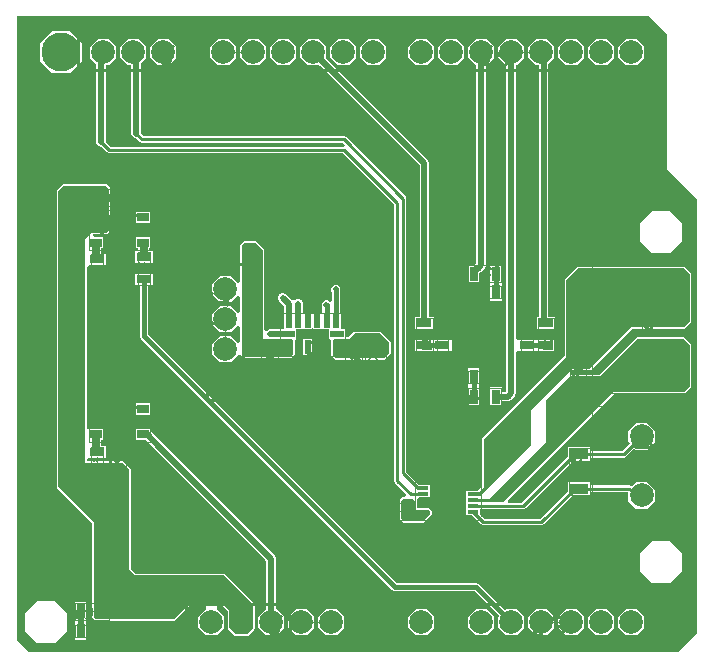
<source format=gtl>
G04*
G04 #@! TF.GenerationSoftware,Altium Limited,Altium Designer,22.7.1 (60)*
G04*
G04 Layer_Physical_Order=1*
G04 Layer_Color=255*
%FSLAX25Y25*%
%MOIN*%
G70*
G04*
G04 #@! TF.SameCoordinates,FBDB1D81-1F97-4559-A255-E9B88A778833*
G04*
G04*
G04 #@! TF.FilePolarity,Positive*
G04*
G01*
G75*
%ADD11C,0.00984*%
%ADD13C,0.00394*%
%ADD14C,0.01000*%
%ADD15C,0.00866*%
%ADD16C,0.00591*%
%ADD17R,0.03543X0.01201*%
%ADD18R,0.05118X0.02756*%
%ADD19R,0.03937X0.02756*%
%ADD20R,0.02756X0.05118*%
%ADD21R,0.04508X0.02165*%
%ADD22R,0.02165X0.04508*%
%ADD23R,0.06299X0.03543*%
%ADD35C,0.02000*%
%ADD36C,0.02500*%
%ADD37C,0.01500*%
%ADD38C,0.07874*%
%ADD39C,0.12992*%
%ADD40C,0.01772*%
%ADD41C,0.02000*%
G36*
X210660Y212011D02*
X216716Y205954D01*
Y160970D01*
X226683Y151004D01*
Y20123D01*
X226713Y20093D01*
X226692Y6214D01*
X220468Y0D01*
X3936D01*
X-1Y3937D01*
Y212011D01*
X210660Y212011D01*
D02*
G37*
%LPC*%
G36*
X206561Y204437D02*
X202885D01*
X200286Y201838D01*
Y198162D01*
X202885Y195563D01*
X206561D01*
X209160Y198162D01*
Y201838D01*
X206561Y204437D01*
D02*
G37*
G36*
X196561D02*
X192885D01*
X190286Y201838D01*
Y198162D01*
X192885Y195563D01*
X196561D01*
X199160Y198162D01*
Y201838D01*
X196561Y204437D01*
D02*
G37*
G36*
X186561D02*
X182885D01*
X180286Y201838D01*
Y198162D01*
X182885Y195563D01*
X186561D01*
X189160Y198162D01*
Y201838D01*
X186561Y204437D01*
D02*
G37*
G36*
X146561D02*
X142885D01*
X140286Y201838D01*
Y198162D01*
X142885Y195563D01*
X146561D01*
X149160Y198162D01*
Y201838D01*
X146561Y204437D01*
D02*
G37*
G36*
X136561D02*
X132885D01*
X130286Y201838D01*
Y198162D01*
X132885Y195563D01*
X136561D01*
X139160Y198162D01*
Y201838D01*
X136561Y204437D01*
D02*
G37*
G36*
X120561D02*
X116885D01*
X114286Y201838D01*
Y198162D01*
X116885Y195563D01*
X120561D01*
X123160Y198162D01*
Y201838D01*
X120561Y204437D01*
D02*
G37*
G36*
X110561D02*
X106885D01*
X104286Y201838D01*
Y198162D01*
X106885Y195563D01*
X110561D01*
X113160Y198162D01*
Y201838D01*
X110561Y204437D01*
D02*
G37*
G36*
X90561D02*
X86885D01*
X84286Y201838D01*
Y198162D01*
X86885Y195563D01*
X90561D01*
X93160Y198162D01*
Y201838D01*
X90561Y204437D01*
D02*
G37*
G36*
X80561D02*
X76885D01*
X74286Y201838D01*
Y198162D01*
X76885Y195563D01*
X80561D01*
X83160Y198162D01*
Y201838D01*
X80561Y204437D01*
D02*
G37*
G36*
X70561D02*
X66885D01*
X64286Y201838D01*
Y198162D01*
X66885Y195563D01*
X70561D01*
X73160Y198162D01*
Y201838D01*
X70561Y204437D01*
D02*
G37*
G36*
X50561D02*
X46885D01*
X44286Y201838D01*
Y198162D01*
X46885Y195563D01*
X50561D01*
X53160Y198162D01*
Y201838D01*
X50561Y204437D01*
D02*
G37*
G36*
X17621Y206996D02*
X11825D01*
X7727Y202898D01*
Y197102D01*
X11825Y193004D01*
X17621D01*
X21719Y197102D01*
Y202898D01*
X17621Y206996D01*
D02*
G37*
G36*
X40561Y204437D02*
X36885D01*
X34286Y201838D01*
Y198162D01*
X36885Y195563D01*
X38139D01*
Y172835D01*
X38614Y171687D01*
X39763Y171211D01*
X39828Y171238D01*
X40966Y170101D01*
X40966Y170101D01*
X41731Y169784D01*
X108606D01*
X109257Y169133D01*
X109203Y168939D01*
X108870Y168405D01*
X31156D01*
X29548Y170013D01*
X29575Y170079D01*
Y195563D01*
X30561D01*
X33160Y198162D01*
Y201838D01*
X30561Y204437D01*
X26885D01*
X24286Y201838D01*
Y198162D01*
X26328Y196120D01*
Y170079D01*
X26803Y168931D01*
X27951Y168455D01*
X28017Y168482D01*
X29942Y166558D01*
X29942Y166558D01*
X30707Y166240D01*
X30707Y166240D01*
X108606D01*
X125688Y149158D01*
Y57087D01*
X125688Y57087D01*
X126005Y56321D01*
X129817Y52510D01*
X129490Y51722D01*
X128739D01*
X128356Y51564D01*
X127667Y50875D01*
X127509Y50492D01*
X127509Y50492D01*
Y44587D01*
X127667Y44204D01*
X127667Y44204D01*
X128553Y43318D01*
X128936Y43160D01*
X128936Y43160D01*
X135235D01*
X135235Y43160D01*
X135618Y43318D01*
X135618Y43318D01*
X138089Y45790D01*
X138248Y46172D01*
X138248Y46172D01*
X138248Y46849D01*
X138248Y46849D01*
X138089Y47232D01*
X137704Y47618D01*
X137704Y47852D01*
X137204Y47894D01*
X137204Y47894D01*
X136933Y47894D01*
X133498Y47894D01*
X133414Y47977D01*
Y50197D01*
X133255Y50580D01*
X133255Y50826D01*
X133939Y51557D01*
X137704D01*
Y55726D01*
X135530D01*
X135331Y55809D01*
X135331Y55809D01*
X134008D01*
X129821Y59996D01*
Y151181D01*
X129821Y151181D01*
X129504Y151946D01*
X129504Y151946D01*
X109819Y171632D01*
X109054Y171949D01*
X109054Y171949D01*
X42179D01*
X41359Y172769D01*
X41386Y172835D01*
Y196388D01*
X43160Y198162D01*
Y201838D01*
X40561Y204437D01*
D02*
G37*
G36*
X44479Y146796D02*
X39542D01*
Y143040D01*
X44479D01*
Y146796D01*
D02*
G37*
G36*
X15747Y156053D02*
X15364Y155894D01*
X13396Y153926D01*
X13237Y153543D01*
X13237Y153543D01*
Y55118D01*
X13396Y54735D01*
X13396Y54735D01*
X25048Y43083D01*
Y11811D01*
X25207Y11428D01*
X25207Y11428D01*
X25994Y10641D01*
X26377Y10482D01*
X26377Y10482D01*
X52361D01*
X52744Y10641D01*
X52744Y10641D01*
X57310Y15207D01*
X62843D01*
X62868Y14419D01*
X60286Y11838D01*
Y8162D01*
X62885Y5563D01*
X66561D01*
X69160Y8162D01*
Y11838D01*
X66579Y14419D01*
X66603Y15207D01*
X68672D01*
X70245Y13634D01*
Y7953D01*
X70245Y7953D01*
X70403Y7570D01*
X72451Y5523D01*
X72833Y5364D01*
X72834Y5364D01*
X76770D01*
X76770Y5364D01*
X77153Y5523D01*
X79122Y7491D01*
X79280Y7874D01*
X79280Y7874D01*
Y15748D01*
X79280Y15748D01*
X79122Y16131D01*
X69279Y25973D01*
X68896Y26132D01*
X68896Y26132D01*
X39593D01*
X37942Y27783D01*
Y60039D01*
Y61024D01*
X37942Y61024D01*
X37783Y61406D01*
X35815Y63375D01*
X35432Y63533D01*
X35432Y63533D01*
X23465Y63533D01*
X23317Y64321D01*
X23965Y64854D01*
X26351D01*
X26390Y64838D01*
X26574D01*
X26613Y64854D01*
X29633D01*
Y68610D01*
X28157D01*
Y70661D01*
X28731D01*
Y74417D01*
X26302D01*
X26263Y74434D01*
X26223Y74417D01*
X23965D01*
X23794Y74417D01*
X23178Y74830D01*
X23178Y128380D01*
X23965Y129028D01*
X26351D01*
X26390Y129011D01*
X26574D01*
X26613Y129028D01*
X29633D01*
Y132783D01*
X28157D01*
Y134576D01*
X28731D01*
Y138332D01*
X26302D01*
X26263Y138348D01*
X26223Y138332D01*
X25773D01*
X25352Y139119D01*
X25439Y139250D01*
X29553D01*
X29553Y139250D01*
X29936Y139408D01*
X29936Y139408D01*
X30893Y140365D01*
X31052Y140748D01*
X31052Y140748D01*
Y154527D01*
X30893Y154910D01*
X30893Y154910D01*
X29909Y155894D01*
X29526Y156053D01*
X29526Y156053D01*
X15747Y156053D01*
X15747Y156053D01*
D02*
G37*
G36*
X217621Y146996D02*
X211825D01*
X207727Y142898D01*
Y137102D01*
X211825Y133004D01*
X217621D01*
X221719Y137102D01*
Y142898D01*
X217621Y146996D01*
D02*
G37*
G36*
X42038Y138348D02*
X42011D01*
X41971Y138332D01*
X39542D01*
Y134576D01*
X40272D01*
Y133571D01*
X39263D01*
Y129815D01*
X42255D01*
X42294Y129799D01*
X42322D01*
X42361Y129815D01*
X45381D01*
Y133571D01*
X44060D01*
Y134576D01*
X44479D01*
Y138332D01*
X42077D01*
X42038Y138348D01*
D02*
G37*
G36*
X79561Y136906D02*
X79561Y136906D01*
X75734D01*
X75351Y136748D01*
X75351Y136748D01*
X74454Y135851D01*
X74296Y135468D01*
X74296Y135468D01*
Y123497D01*
X73508Y123171D01*
X71237Y125443D01*
X67561D01*
X64962Y122843D01*
Y119168D01*
X67561Y116568D01*
X71237D01*
X73508Y118840D01*
X74296Y118514D01*
Y113497D01*
X73508Y113171D01*
X71237Y115443D01*
X67561D01*
X64962Y112843D01*
Y109168D01*
X67561Y106568D01*
X71237D01*
X73508Y108840D01*
X74296Y108513D01*
Y103497D01*
X73508Y103171D01*
X71237Y105443D01*
X67561D01*
X64962Y102843D01*
Y99168D01*
X67561Y96568D01*
X71237D01*
X73677Y99008D01*
X73693Y99015D01*
X73872Y99055D01*
X74580Y99063D01*
X75502Y98141D01*
X75885Y97982D01*
X75885Y97982D01*
X81692D01*
X81692Y97982D01*
X81692Y97982D01*
X91239D01*
X91239Y97982D01*
X91622Y98141D01*
X91622Y98141D01*
X92409Y98928D01*
X92568Y99311D01*
X92568Y99311D01*
Y103794D01*
X92951Y104423D01*
X92951Y104423D01*
X92950Y104423D01*
Y107572D01*
X103958D01*
Y104423D01*
X104000D01*
X104705Y104066D01*
X104705Y104066D01*
Y99701D01*
X104705Y99084D01*
X104705Y99084D01*
X104746Y98931D01*
X104768D01*
X104863Y98701D01*
X104863Y98701D01*
X105915Y97649D01*
X106298Y97490D01*
X106298Y97490D01*
X122440D01*
X122822Y97649D01*
X122822Y97649D01*
X124397Y99224D01*
X124556Y99606D01*
X124556Y99606D01*
X124556Y103150D01*
X124556Y103150D01*
X124397Y103532D01*
X124397Y103532D01*
X121248Y106682D01*
X120865Y106840D01*
X120865Y106840D01*
X112597D01*
X112597Y106840D01*
X112215Y106682D01*
X110405Y104872D01*
X109466D01*
Y107588D01*
X107911D01*
Y113080D01*
X107666D01*
Y120113D01*
X107798Y120245D01*
Y121487D01*
X106919Y122366D01*
X105677D01*
X104798Y121487D01*
Y120245D01*
X104960Y120083D01*
Y117171D01*
X104173Y116845D01*
X103770Y117248D01*
X102527D01*
X101648Y116369D01*
Y115127D01*
X101811Y114964D01*
Y113080D01*
X95338D01*
Y116127D01*
X95200Y116462D01*
Y116763D01*
X94986Y116976D01*
X94863Y117274D01*
X94848Y117290D01*
X94549Y117413D01*
X94321Y117642D01*
X93998D01*
X93700Y117765D01*
X93401Y117642D01*
X93078D01*
X92850Y117413D01*
X92551Y117290D01*
X91729Y117259D01*
X89729Y119258D01*
X88582Y119734D01*
X87433Y119258D01*
X86958Y118110D01*
X87433Y116962D01*
X88957Y115439D01*
Y110326D01*
X88998Y110228D01*
Y107629D01*
X84412D01*
X83264Y107153D01*
X83217Y107041D01*
X82430Y107198D01*
Y134038D01*
X82430Y134038D01*
X82271Y134420D01*
X82271Y134420D01*
X79944Y136748D01*
X79561Y136906D01*
D02*
G37*
G36*
X156561Y204437D02*
X152885D01*
X150286Y201838D01*
Y198162D01*
X152885Y195563D01*
X153100D01*
Y129537D01*
X152879Y129317D01*
X152542D01*
X152244Y129193D01*
X150286D01*
Y123075D01*
X154042D01*
Y126273D01*
X154700Y126545D01*
X155871Y127717D01*
X156347Y128865D01*
Y195563D01*
X156561D01*
X159160Y198162D01*
Y201838D01*
X156561Y204437D01*
D02*
G37*
G36*
X161522Y129193D02*
X157766D01*
Y123075D01*
X157766D01*
X157766Y123020D01*
X157766D01*
Y116901D01*
X161522D01*
Y123020D01*
X161522D01*
X161522Y123075D01*
X161522D01*
Y129193D01*
D02*
G37*
G36*
X176561Y204437D02*
X172885D01*
X170286Y201838D01*
Y198162D01*
X172885Y195563D01*
X173877D01*
Y111575D01*
X173219D01*
Y107819D01*
X179337D01*
Y111575D01*
X177124D01*
Y196126D01*
X179160Y198162D01*
Y201838D01*
X176561Y204437D01*
D02*
G37*
G36*
X100561D02*
X96885D01*
X94286Y201838D01*
Y198162D01*
X96885Y195563D01*
X100561D01*
X100713Y195714D01*
X134202Y162225D01*
Y111575D01*
X132766D01*
Y107819D01*
X138885D01*
Y111575D01*
X137449D01*
Y162898D01*
X136974Y164046D01*
X103009Y198011D01*
X103160Y198162D01*
Y201838D01*
X100561Y204437D01*
D02*
G37*
G36*
X222440Y128494D02*
X222440Y128494D01*
X187007D01*
X186624Y128335D01*
X186624Y128335D01*
X182687Y124398D01*
X182528Y124016D01*
X182528Y124016D01*
Y98649D01*
X155128Y71249D01*
X154969Y70866D01*
X154969Y70866D01*
Y55254D01*
X153856Y54141D01*
X153788Y53976D01*
X153624Y53908D01*
X153515Y53799D01*
X150196D01*
X150096Y53758D01*
X149696D01*
Y53357D01*
X149654Y53258D01*
Y52057D01*
X149696Y51958D01*
Y51389D01*
X149654Y51289D01*
Y50089D01*
X149696Y49989D01*
Y45652D01*
X151537D01*
X154647Y42542D01*
X155412Y42225D01*
X155412Y42225D01*
X174802D01*
X174802Y42225D01*
X175567Y42542D01*
X185282Y52256D01*
X191050D01*
Y53445D01*
X203596D01*
X203731Y53310D01*
Y50426D01*
X206330Y47827D01*
X210006D01*
X212605Y50426D01*
Y54102D01*
X210006Y56701D01*
X206330D01*
X204866Y55237D01*
X204810Y55293D01*
X204044Y55610D01*
X204044Y55610D01*
X191050D01*
Y56799D01*
X183751D01*
Y53787D01*
X174354Y44390D01*
X155860D01*
X154239Y46011D01*
Y47638D01*
X168798D01*
X168798Y47638D01*
X169563Y47955D01*
X185282Y63673D01*
X191050D01*
Y64863D01*
X202164D01*
X202164Y64863D01*
X202929Y65180D01*
X205796Y68046D01*
X206330Y67512D01*
X210006D01*
X212605Y70111D01*
Y73787D01*
X210006Y76386D01*
X206330D01*
X203731Y73787D01*
Y70111D01*
X204265Y69577D01*
X201716Y67027D01*
X191050D01*
Y68217D01*
X183751D01*
Y65204D01*
X168350Y49803D01*
X163801D01*
X163499Y50530D01*
X199042Y86073D01*
X222440Y86073D01*
X222440Y86073D01*
X222822Y86231D01*
X224791Y88200D01*
X224949Y88583D01*
X224949Y88583D01*
Y102362D01*
X224949Y102362D01*
X224791Y102745D01*
X222822Y104713D01*
X222440Y104872D01*
X222440Y104872D01*
X206692D01*
X206692Y104872D01*
X206309Y104713D01*
X194066Y92470D01*
X184899D01*
X184573Y93258D01*
X185262Y93947D01*
X190944D01*
X191326Y94105D01*
X191326Y94105D01*
X204947Y107727D01*
X222440D01*
X222440Y107727D01*
X222822Y107885D01*
X222822Y107885D01*
X224791Y109853D01*
X224949Y110236D01*
X224949Y110236D01*
Y125984D01*
X224949Y125984D01*
X224791Y126367D01*
X222822Y128335D01*
X222440Y128494D01*
D02*
G37*
G36*
X138885Y104095D02*
X132766D01*
Y100339D01*
X138739D01*
Y100339D01*
X144857D01*
Y104095D01*
X138885D01*
Y104095D01*
D02*
G37*
G36*
X166561Y204437D02*
X162885D01*
X160286Y201838D01*
Y198162D01*
X162885Y195563D01*
X163084D01*
Y87033D01*
X162864Y86813D01*
X161522D01*
Y88248D01*
X157766D01*
Y82130D01*
X161522D01*
Y83566D01*
X163536D01*
X164684Y84041D01*
X165856Y85213D01*
X166331Y86361D01*
Y100000D01*
X166978Y100339D01*
X167119Y100339D01*
X173096D01*
Y100339D01*
X173219Y100339D01*
Y100339D01*
X179337D01*
Y104095D01*
X173219D01*
Y104095D01*
X173096Y104095D01*
Y104095D01*
X167119D01*
X166978Y104095D01*
X166331Y104434D01*
Y195563D01*
X166561D01*
X169160Y198162D01*
Y201838D01*
X166561Y204437D01*
D02*
G37*
G36*
X98462Y104438D02*
X95297D01*
Y98931D01*
X98462D01*
Y104438D01*
D02*
G37*
G36*
X154042Y94791D02*
X150286D01*
Y88673D01*
X150286D01*
X150286Y88248D01*
X150286D01*
Y82130D01*
X154042D01*
Y88248D01*
X154042D01*
X154042Y88673D01*
X154042D01*
Y94791D01*
D02*
G37*
G36*
X44479Y82882D02*
X39542D01*
Y79126D01*
X44479D01*
Y82882D01*
D02*
G37*
G36*
X217621Y36996D02*
X211825D01*
X207727Y32898D01*
Y27102D01*
X211825Y23004D01*
X217621D01*
X221719Y27102D01*
Y32898D01*
X217621Y36996D01*
D02*
G37*
G36*
X206561Y14437D02*
X202885D01*
X200286Y11838D01*
Y8162D01*
X202885Y5563D01*
X206561D01*
X209160Y8162D01*
Y11838D01*
X206561Y14437D01*
D02*
G37*
G36*
X196561D02*
X192885D01*
X190286Y11838D01*
Y8162D01*
X192885Y5563D01*
X196561D01*
X199160Y8162D01*
Y11838D01*
X196561Y14437D01*
D02*
G37*
G36*
X186561D02*
X182885D01*
X180286Y11838D01*
Y8162D01*
X182885Y5563D01*
X186561D01*
X189160Y8162D01*
Y11838D01*
X186561Y14437D01*
D02*
G37*
G36*
X176561D02*
X172885D01*
X170286Y11838D01*
Y8162D01*
X172885Y5563D01*
X176561D01*
X179160Y8162D01*
Y11838D01*
X176561Y14437D01*
D02*
G37*
G36*
X45381Y126091D02*
X39263D01*
Y122335D01*
X40969D01*
Y105315D01*
X41365Y104358D01*
X125026Y20697D01*
X125983Y20301D01*
X152509D01*
X160629Y12181D01*
X160286Y11838D01*
Y8162D01*
X162885Y5563D01*
X166561D01*
X169160Y8162D01*
Y11838D01*
X166561Y14437D01*
X162885D01*
X162542Y14094D01*
X154026Y22610D01*
X153070Y23007D01*
X126543D01*
X43675Y105875D01*
Y122335D01*
X45381D01*
Y126091D01*
D02*
G37*
G36*
X156561Y14437D02*
X152885D01*
X150286Y11838D01*
Y8162D01*
X152885Y5563D01*
X156561D01*
X159160Y8162D01*
Y11838D01*
X156561Y14437D01*
D02*
G37*
G36*
X136561D02*
X132885D01*
X130286Y11838D01*
Y8162D01*
X132885Y5563D01*
X136561D01*
X139160Y8162D01*
Y11838D01*
X136561Y14437D01*
D02*
G37*
G36*
X106561D02*
X102885D01*
X100286Y11838D01*
Y8162D01*
X102885Y5563D01*
X106561D01*
X109160Y8162D01*
Y11838D01*
X106561Y14437D01*
D02*
G37*
G36*
X96561D02*
X92885D01*
X90286Y11838D01*
Y8162D01*
X92885Y5563D01*
X96561D01*
X99160Y8162D01*
Y11838D01*
X96561Y14437D01*
D02*
G37*
G36*
X44479Y74417D02*
X39542D01*
Y70661D01*
X42888D01*
X46981Y66568D01*
X46981Y66568D01*
X83100Y30450D01*
Y14437D01*
X82885D01*
X80286Y11838D01*
Y8162D01*
X82885Y5563D01*
X86561D01*
X89160Y8162D01*
Y11838D01*
X86561Y14437D01*
X86347D01*
Y31122D01*
X85871Y32270D01*
X49277Y68865D01*
X49277Y68865D01*
X44479Y73662D01*
Y74417D01*
D02*
G37*
G36*
X23137Y16642D02*
X19381D01*
Y10524D01*
X19381D01*
X19381Y10146D01*
X19381D01*
Y4028D01*
X23137D01*
Y10146D01*
X23137D01*
X23137Y10524D01*
X23137D01*
Y16642D01*
D02*
G37*
G36*
X12621Y16996D02*
X6825D01*
X2727Y12898D01*
Y7102D01*
X6825Y3004D01*
X12621D01*
X16719Y7102D01*
Y12898D01*
X12621Y16996D01*
D02*
G37*
%LPD*%
G36*
X132873Y50197D02*
Y47753D01*
X133273Y47352D01*
X137204Y47352D01*
X137706Y46849D01*
X137706Y46172D01*
X135235Y43701D01*
X128936D01*
X128050Y44587D01*
Y50492D01*
X128739Y51181D01*
X131889D01*
X132873Y50197D01*
D02*
G37*
G36*
X29526Y155512D02*
X30511Y154527D01*
Y140748D01*
X29553Y139791D01*
X24632D01*
X22637Y137795D01*
Y130905D01*
X22637Y62992D01*
X35432Y62992D01*
X37400Y61024D01*
Y60039D01*
Y27559D01*
X39369Y25591D01*
X68896D01*
X78739Y15748D01*
Y7874D01*
X76770Y5906D01*
X72833D01*
X70786Y7953D01*
Y13701D01*
X70865Y13780D01*
X68896Y15748D01*
X57085D01*
X52361Y11024D01*
X26377D01*
X25589Y11811D01*
Y43307D01*
X13778Y55118D01*
Y153543D01*
X15747Y155512D01*
X29526Y155512D01*
D02*
G37*
G36*
X81889Y134038D02*
Y104429D01*
X87443D01*
Y104423D01*
X91639D01*
X92026Y104035D01*
Y99311D01*
X91239Y98524D01*
X75885D01*
X74837Y99572D01*
Y135468D01*
X75734Y136365D01*
X79561D01*
X81889Y134038D01*
D02*
G37*
G36*
X124014Y103150D02*
X124014Y99606D01*
X122440Y98032D01*
X106298D01*
X105246Y99084D01*
Y104066D01*
X105511Y104331D01*
X110629D01*
X112597Y106299D01*
X120865D01*
X124014Y103150D01*
D02*
G37*
G36*
X224408Y125984D02*
Y110236D01*
X222440Y108268D01*
X204723D01*
X190944Y94488D01*
X185038D01*
X171259Y80709D01*
Y68898D01*
X154418Y52057D01*
X150196D01*
Y53258D01*
X153739D01*
X154007Y53526D01*
X154239D01*
Y53758D01*
X155511Y55029D01*
Y70866D01*
X183070Y98425D01*
Y124016D01*
X187007Y127953D01*
X222440D01*
X224408Y125984D01*
D02*
G37*
G36*
Y102362D02*
Y88583D01*
X222440Y86614D01*
X198818Y86614D01*
X162292Y50089D01*
X150196D01*
Y51289D01*
X153739D01*
X153847Y51181D01*
X157479D01*
X176377Y70079D01*
Y83858D01*
X184448Y91929D01*
X194290D01*
X206692Y104331D01*
X222440D01*
X224408Y102362D01*
D02*
G37*
D11*
X63494Y129234D02*
X75305D01*
X63494Y83880D02*
Y129234D01*
Y83880D02*
X75305D01*
Y129234D01*
X20495Y194095D02*
Y205906D01*
Y194095D02*
X126873D01*
Y205906D01*
X20495D02*
X126873D01*
X126495D02*
X211219D01*
Y194095D02*
Y205906D01*
X126495Y194095D02*
X211219D01*
X126495D02*
Y205906D01*
X146495Y4095D02*
Y15905D01*
Y4095D02*
X211534D01*
Y15905D01*
X146495D02*
X211534D01*
X56495Y4095D02*
Y15905D01*
Y4095D02*
X141219D01*
Y15905D01*
X56495D02*
X141219D01*
X75305Y83880D02*
Y129234D01*
X63494Y83880D02*
X75305D01*
X63494D02*
Y129234D01*
X75305D01*
X20495Y205906D02*
X126873D01*
Y194095D02*
Y205906D01*
X20495Y194095D02*
X126873D01*
X20495D02*
Y205906D01*
X126495Y194095D02*
Y205906D01*
Y194095D02*
X211219D01*
Y205906D01*
X126495D02*
X211219D01*
X146495Y15905D02*
X211534D01*
Y4095D02*
Y15905D01*
X146495Y4095D02*
X211534D01*
X146495D02*
Y15905D01*
X56495D02*
X141219D01*
Y4095D02*
Y15905D01*
X56495Y4095D02*
X141219D01*
X56495D02*
Y15905D01*
D13*
X75196Y120079D02*
X79133D01*
X75196Y127953D02*
X79133D01*
X75196Y120079D02*
Y127953D01*
X79133Y120079D02*
Y127953D01*
X75589Y111417D02*
X79526D01*
X75589Y103543D02*
X79526D01*
Y111417D01*
X75589Y103543D02*
Y111417D01*
X67431Y106005D02*
X71368D01*
X69399Y104037D02*
Y107974D01*
X132676Y44193D02*
Y57087D01*
X154723D01*
Y45276D02*
Y57087D01*
X153640Y44193D02*
X154723Y45276D01*
X132676Y44193D02*
X153640D01*
X143700Y48720D02*
Y52658D01*
X141731Y50689D02*
X145668D01*
X73723Y198031D02*
Y201969D01*
X71755Y200000D02*
X75692D01*
X167755D02*
X171692D01*
X169723Y198031D02*
Y201969D01*
X81495Y92913D02*
X87007D01*
Y103937D01*
X81495D02*
X87007D01*
X81495Y92913D02*
Y103937D01*
X84251Y97244D02*
Y99606D01*
X83070Y98425D02*
X85432D01*
X23900Y70079D02*
X24800D01*
X44373D01*
X23900D02*
Y83465D01*
X44373D01*
Y70079D02*
Y83465D01*
X32168Y76772D02*
X36105D01*
X34137Y74803D02*
Y78740D01*
X23900Y133993D02*
X24800D01*
X44373D01*
X23900D02*
Y147379D01*
X44373D01*
Y133993D02*
Y147379D01*
X32168Y140686D02*
X36105D01*
X34137Y138717D02*
Y142654D01*
X184251Y99803D02*
X189763D01*
X184251Y88779D02*
Y99803D01*
Y88779D02*
X189763D01*
Y99803D01*
X187007Y93110D02*
Y95472D01*
X185826Y94291D02*
X188188D01*
X191633Y82185D02*
X224704D01*
X191633Y39665D02*
Y82185D01*
Y39665D02*
X224704D01*
Y82185D01*
X208168Y60138D02*
Y64075D01*
X206200Y62106D02*
X210137D01*
X191633Y128740D02*
X224704D01*
X191633Y86221D02*
Y128740D01*
Y86221D02*
X224704D01*
Y128740D01*
X208168Y106693D02*
Y110630D01*
X206200Y108661D02*
X210137D01*
X26574Y125984D02*
Y128347D01*
X25392Y127165D02*
X27755D01*
X24605Y121653D02*
X28542D01*
Y132677D01*
X24605D02*
X28542D01*
X24605Y121653D02*
Y132677D01*
X173522Y100445D02*
X179034D01*
Y111469D01*
X173522D02*
X179034D01*
X173522Y100445D02*
Y111469D01*
X176278Y104776D02*
Y107138D01*
X175097Y105957D02*
X177459D01*
X170037Y104776D02*
Y107138D01*
X168856Y105957D02*
X171219D01*
X168069Y111469D02*
X172006D01*
X168069Y100445D02*
Y111469D01*
Y100445D02*
X172006D01*
Y111469D01*
X154723Y119960D02*
X157085D01*
X155904Y118779D02*
Y121142D01*
X150392Y117992D02*
Y121929D01*
Y117992D02*
X161416D01*
Y121929D01*
X150392D02*
X161416D01*
Y123378D02*
Y128890D01*
X150392D02*
X161416D01*
X150392Y123378D02*
Y128890D01*
Y123378D02*
X161416D01*
X154723Y126134D02*
X157085D01*
X155904Y124953D02*
Y127315D01*
X141797Y104776D02*
Y107138D01*
X140616Y105957D02*
X142979D01*
X139829Y111469D02*
X143766D01*
X139829Y100445D02*
Y111469D01*
Y100445D02*
X143766D01*
Y111469D01*
X134644Y105957D02*
X137007D01*
X135826Y104776D02*
Y107138D01*
X133070Y100445D02*
Y111469D01*
X138582D01*
Y100445D02*
Y111469D01*
X133070Y100445D02*
X138582D01*
X30707Y150394D02*
Y152756D01*
X29526Y151575D02*
X31889D01*
X25196Y148819D02*
X36219D01*
X25196D02*
Y154331D01*
X36219D01*
Y148819D02*
Y154331D01*
X44290Y122441D02*
Y133465D01*
X40353Y122441D02*
X44290D01*
X40353D02*
Y133465D01*
X44290D01*
X41140Y127953D02*
X43503D01*
X42322Y126772D02*
Y129134D01*
X28542Y57480D02*
Y68504D01*
X24605Y57480D02*
X28542D01*
X24605D02*
Y68504D01*
X28542D01*
X25392Y62992D02*
X27755D01*
X26574Y61811D02*
Y64173D01*
X32282Y62992D02*
X34644D01*
X33463Y61811D02*
Y64173D01*
X36219Y57480D02*
Y68504D01*
X30707Y57480D02*
X36219D01*
X30707D02*
Y68504D01*
X36219D01*
X87628Y98830D02*
Y113190D01*
X109281D01*
Y98830D02*
Y113190D01*
X87628Y98830D02*
X109281D01*
X98454Y104037D02*
Y107974D01*
X96486Y106005D02*
X100423D01*
X111022Y98132D02*
X113385D01*
X112204Y96951D02*
Y99313D01*
X109448Y92620D02*
Y103644D01*
X114959D01*
Y92620D02*
Y103644D01*
X109448Y92620D02*
X114959D01*
X115845Y103642D02*
X122932D01*
X115845Y87894D02*
Y103642D01*
Y87894D02*
X122932D01*
Y103642D01*
X119389Y94587D02*
Y96949D01*
X118207Y95768D02*
X120570D01*
X150392Y89764D02*
X161416D01*
X150392D02*
Y93701D01*
X161416D01*
Y89764D02*
Y93701D01*
X155904Y90551D02*
Y92913D01*
X154723Y91732D02*
X157085D01*
X150392Y82433D02*
Y87945D01*
Y82433D02*
X161416D01*
Y87945D01*
X150392D02*
X161416D01*
X154723Y85189D02*
X157085D01*
X155904Y84008D02*
Y86370D01*
X127164Y45768D02*
Y48130D01*
X125983Y46949D02*
X128345D01*
X121652Y49705D02*
X132676D01*
Y44193D02*
Y49705D01*
X121652Y44193D02*
X132676D01*
X121652D02*
Y49705D01*
X183857Y68110D02*
X190944D01*
X183857Y52362D02*
Y68110D01*
Y52362D02*
X190944D01*
Y68110D01*
X187400Y58268D02*
Y62205D01*
X185432Y60236D02*
X189369D01*
X179723Y8032D02*
Y11969D01*
X177755Y10000D02*
X181692D01*
X99723Y8032D02*
Y11969D01*
X97755Y10000D02*
X101692D01*
X19487Y10827D02*
Y16339D01*
Y10827D02*
X30511D01*
Y16339D01*
X19487D02*
X30511D01*
X23818Y13583D02*
X26180D01*
X24999Y12402D02*
Y14764D01*
X19487Y5118D02*
X30511D01*
X19487D02*
Y9055D01*
X30511D01*
Y5118D02*
Y9055D01*
X24999Y5906D02*
Y8268D01*
X23818Y7087D02*
X26180D01*
X93700Y124409D02*
Y126772D01*
X92519Y125591D02*
X94881D01*
X91731Y131102D02*
X95668D01*
Y120079D02*
Y131102D01*
X91731Y120079D02*
X95668D01*
X91731D02*
Y131102D01*
X77164Y122835D02*
Y125197D01*
X75983Y124016D02*
X78345D01*
X75196Y118504D02*
X79133D01*
X75196D02*
Y129528D01*
X79133D01*
Y118504D02*
Y129528D01*
X77558Y106299D02*
Y108661D01*
X76377Y107480D02*
X78739D01*
X75589Y112992D02*
X79526D01*
Y101969D02*
Y112992D01*
X75589Y101969D02*
X79526D01*
X75589D02*
Y112992D01*
X154723Y45276D02*
Y57087D01*
X153640Y44193D02*
X154723Y45276D01*
X132676Y44193D02*
X153640D01*
X132676D02*
Y57087D01*
X154723D01*
X81495Y92913D02*
X87007D01*
X81495D02*
Y103937D01*
X87007D01*
Y92913D02*
Y103937D01*
X23900Y70079D02*
X24800D01*
X44373D01*
Y83465D01*
X23900Y70079D02*
Y83465D01*
X44373D01*
X23900Y133993D02*
X24800D01*
X44373D01*
Y147379D01*
X23900Y133993D02*
Y147379D01*
X44373D01*
X184251Y99803D02*
X189763D01*
Y88779D02*
Y99803D01*
X184251Y88779D02*
X189763D01*
X184251D02*
Y99803D01*
X191633Y82185D02*
X224704D01*
Y39665D02*
Y82185D01*
X191633Y39665D02*
X224704D01*
X191633D02*
Y82185D01*
Y128740D02*
X224704D01*
Y86221D02*
Y128740D01*
X191633Y86221D02*
X224704D01*
X191633D02*
Y128740D01*
X24605Y121653D02*
X28542D01*
Y132677D01*
X24605D02*
X28542D01*
X24605Y121653D02*
Y132677D01*
X173522Y100445D02*
X179034D01*
X173522D02*
Y111469D01*
X179034D01*
Y100445D02*
Y111469D01*
X168069D02*
X172006D01*
X168069Y100445D02*
Y111469D01*
Y100445D02*
X172006D01*
Y111469D01*
X150392Y117992D02*
Y121929D01*
Y117992D02*
X161416D01*
Y121929D01*
X150392D02*
X161416D01*
Y123378D02*
Y128890D01*
X150392Y123378D02*
X161416D01*
X150392D02*
Y128890D01*
X161416D01*
X139829Y111469D02*
X143766D01*
X139829Y100445D02*
Y111469D01*
Y100445D02*
X143766D01*
Y111469D01*
X138582Y100445D02*
Y111469D01*
X133070D02*
X138582D01*
X133070Y100445D02*
Y111469D01*
Y100445D02*
X138582D01*
X25196Y154331D02*
X36219D01*
X25196Y148819D02*
Y154331D01*
Y148819D02*
X36219D01*
Y154331D01*
X44290Y122441D02*
Y133465D01*
X40353Y122441D02*
X44290D01*
X40353D02*
Y133465D01*
X44290D01*
X28542Y57480D02*
Y68504D01*
X24605Y57480D02*
X28542D01*
X24605D02*
Y68504D01*
X28542D01*
X30707Y57480D02*
Y68504D01*
Y57480D02*
X36219D01*
Y68504D01*
X30707D02*
X36219D01*
X109281Y98830D02*
Y113190D01*
X87628D02*
X109281D01*
X87628Y98830D02*
X109281D01*
X87628D02*
Y113190D01*
X114959Y92620D02*
Y103644D01*
X109448D02*
X114959D01*
X109448Y92620D02*
Y103644D01*
Y92620D02*
X114959D01*
X115845Y103642D02*
X122932D01*
Y87894D02*
Y103642D01*
X115845Y87894D02*
X122932D01*
X115845D02*
Y103642D01*
X150392Y89764D02*
X161416D01*
X150392D02*
Y93701D01*
X161416D01*
Y89764D02*
Y93701D01*
X150392Y82433D02*
Y87945D01*
X161416D01*
Y82433D02*
Y87945D01*
X150392Y82433D02*
X161416D01*
X121652Y44193D02*
X132676D01*
Y49705D01*
X121652D02*
X132676D01*
X121652Y44193D02*
Y49705D01*
X190944Y52362D02*
Y68110D01*
X183857Y52362D02*
X190944D01*
X183857Y68110D02*
X190944D01*
X183857Y52362D02*
Y68110D01*
X19487Y10827D02*
Y16339D01*
X30511D01*
Y10827D02*
Y16339D01*
X19487Y10827D02*
X30511D01*
X19487Y5118D02*
X30511D01*
X19487D02*
Y9055D01*
X30511D01*
Y5118D02*
Y9055D01*
X28148Y123228D02*
X26180D01*
Y124212D01*
X26509Y124540D01*
X27165D01*
X27492Y124212D01*
Y123228D01*
Y123884D02*
X28148Y124540D01*
Y126508D02*
Y125196D01*
X26836Y126508D01*
X26509D01*
X26180Y126180D01*
Y125524D01*
X26509Y125196D01*
X168463Y109894D02*
X170431D01*
Y108910D01*
X170103Y108582D01*
X169447D01*
X169119Y108910D01*
Y109894D01*
Y109238D02*
X168463Y108582D01*
X170431Y106614D02*
Y107926D01*
X169447D01*
X169774Y107270D01*
Y106942D01*
X169447Y106614D01*
X168791D01*
X168463Y106942D01*
Y107598D01*
X168791Y107926D01*
X151967Y118386D02*
Y120353D01*
X152951D01*
X153279Y120026D01*
Y119370D01*
X152951Y119042D01*
X151967D01*
X152623D02*
X153279Y118386D01*
X155247Y120353D02*
X154591Y120026D01*
X153935Y119370D01*
Y118714D01*
X154263Y118386D01*
X154919D01*
X155247Y118714D01*
Y119042D01*
X154919Y119370D01*
X153935D01*
X140223Y109894D02*
X142191D01*
Y108910D01*
X141863Y108582D01*
X141207D01*
X140879Y108910D01*
Y109894D01*
Y109238D02*
X140223Y108582D01*
X141863Y107926D02*
X142191Y107598D01*
Y106942D01*
X141863Y106614D01*
X141535D01*
X141207Y106942D01*
X140879Y106614D01*
X140551D01*
X140223Y106942D01*
Y107598D01*
X140551Y107926D01*
X140879D01*
X141207Y107598D01*
X141535Y107926D01*
X141863D01*
X141207Y107598D02*
Y106942D01*
X40747Y131890D02*
X42715D01*
Y130906D01*
X42387Y130578D01*
X41731D01*
X41403Y130906D01*
Y131890D01*
Y131234D02*
X40747Y130578D01*
Y129922D02*
Y129266D01*
Y129594D01*
X42715D01*
X42387Y129922D01*
X24999Y66929D02*
X26967D01*
Y65945D01*
X26639Y65617D01*
X25983D01*
X25655Y65945D01*
Y66929D01*
Y66273D02*
X24999Y65617D01*
X26639Y64961D02*
X26967Y64633D01*
Y63977D01*
X26639Y63649D01*
X26311D01*
X25983Y63977D01*
Y64305D01*
Y63977D01*
X25655Y63649D01*
X25327D01*
X24999Y63977D01*
Y64633D01*
X25327Y64961D01*
X159841Y93307D02*
Y91339D01*
X158857D01*
X158529Y91667D01*
Y92323D01*
X158857Y92651D01*
X159841D01*
X159185D02*
X158529Y93307D01*
X157873Y91339D02*
X156562D01*
Y91667D01*
X157873Y92979D01*
Y93307D01*
X28936Y8661D02*
Y6694D01*
X27952D01*
X27624Y7022D01*
Y7677D01*
X27952Y8005D01*
X28936D01*
X28280D02*
X27624Y8661D01*
X25984D02*
Y6694D01*
X26968Y7677D01*
X25656D01*
X91731Y131102D02*
X95668D01*
Y120079D02*
Y131102D01*
X91731Y120079D02*
X95668D01*
X91731D02*
Y131102D01*
X75196Y118504D02*
X79133D01*
X75196D02*
Y129528D01*
X79133D01*
Y118504D02*
Y129528D01*
X75589Y112992D02*
X79526D01*
Y101969D02*
Y112992D01*
X75589Y101969D02*
X79526D01*
X75589D02*
Y112992D01*
X95274Y129528D02*
X93306D01*
Y128544D01*
X93634Y128216D01*
X94290D01*
X94618Y128544D01*
Y129528D01*
Y128872D02*
X95274Y128216D01*
Y127560D02*
Y126904D01*
Y127232D01*
X93306D01*
X93634Y127560D01*
X95274Y125920D02*
Y125264D01*
Y125592D01*
X93306D01*
X93634Y125920D01*
X75589Y120079D02*
X77557D01*
Y121063D01*
X77229Y121391D01*
X76573D01*
X76245Y121063D01*
Y120079D01*
Y120735D02*
X75589Y121391D01*
X75917Y122047D02*
X75589Y122375D01*
Y123030D01*
X75917Y123359D01*
X77229D01*
X77557Y123030D01*
Y122375D01*
X77229Y122047D01*
X76901D01*
X76573Y122375D01*
Y123359D01*
X79133Y111417D02*
X77165D01*
Y110433D01*
X77493Y110105D01*
X78149D01*
X78477Y110433D01*
Y111417D01*
Y110761D02*
X79133Y110105D01*
Y109450D02*
Y108793D01*
Y109122D01*
X77165D01*
X77493Y109450D01*
Y107810D02*
X77165Y107482D01*
Y106826D01*
X77493Y106498D01*
X78805D01*
X79133Y106826D01*
Y107482D01*
X78805Y107810D01*
X77493D01*
D14*
X204044Y54528D02*
X206308Y52264D01*
X187400Y54528D02*
X204044D01*
X206308Y52264D02*
X208168D01*
X202164Y65945D02*
X208168Y71949D01*
X187400Y65945D02*
X202164D01*
X151967Y48720D02*
X168798D01*
X186022Y65945D01*
X151967Y46752D02*
X155412Y43307D01*
X174802D02*
X186022Y54528D01*
X155412Y43307D02*
X174802D01*
X186022Y54528D02*
X187400D01*
X186022Y65945D02*
X187400D01*
X109054Y170866D02*
X128739Y151181D01*
Y59547D02*
X133560Y54726D01*
X128739Y59547D02*
Y151181D01*
X109054Y167323D02*
X126770Y149606D01*
Y57087D02*
X131200Y52658D01*
X126770Y57087D02*
Y149606D01*
X39763Y172835D02*
X41731Y170866D01*
X109054D01*
X27951Y170079D02*
X30707Y167323D01*
X109054D01*
X135331Y54726D02*
X135432Y54626D01*
X133560Y54726D02*
X135331D01*
X131200Y52658D02*
X135432D01*
X70137Y115655D02*
Y117654D01*
Y116654D01*
X65138D01*
X64139Y117654D01*
Y118654D01*
X65138Y119653D01*
X70137Y109657D02*
Y113655D01*
X67138D01*
X68137Y111656D01*
Y110656D01*
X67138Y109657D01*
X65138D01*
X64139Y110656D01*
Y112656D01*
X65138Y113655D01*
X52147Y202077D02*
X50148D01*
X51147D01*
Y197078D01*
X50148Y196079D01*
X49148D01*
X48148Y197078D01*
X58145Y196079D02*
X54146D01*
X58145Y200077D01*
Y201077D01*
X57146Y202077D01*
X55146D01*
X54146Y201077D01*
X158147Y202077D02*
X156148D01*
X157147D01*
Y197078D01*
X156148Y196079D01*
X155148D01*
X154148Y197078D01*
X163145Y196079D02*
Y202077D01*
X160146Y199078D01*
X164145D01*
X37012Y76679D02*
X38012Y75679D01*
X40011D01*
X41011Y76679D01*
Y77678D01*
X40011Y78678D01*
X38012D01*
X37012Y79678D01*
Y80677D01*
X38012Y81677D01*
X40011D01*
X41011Y80677D01*
X35013Y75679D02*
Y81677D01*
X33013Y79678D01*
X31014Y81677D01*
Y75679D01*
X25016Y81677D02*
X29015D01*
X25016Y77678D01*
Y76679D01*
X26015Y75679D01*
X28015D01*
X29015Y76679D01*
X37012Y140593D02*
X38012Y139593D01*
X40011D01*
X41011Y140593D01*
Y141593D01*
X40011Y142592D01*
X38012D01*
X37012Y143592D01*
Y144592D01*
X38012Y145591D01*
X40011D01*
X41011Y144592D01*
X35013Y139593D02*
Y145591D01*
X33013Y143592D01*
X31014Y145591D01*
Y139593D01*
X29015Y145591D02*
X27015D01*
X28015D01*
Y139593D01*
X29015Y140593D01*
X211239Y67222D02*
Y69222D01*
Y68222D01*
X206240D01*
X205241Y69222D01*
Y70221D01*
X206240Y71221D01*
X211239Y61224D02*
X210239Y63224D01*
X208240Y65223D01*
X206240D01*
X205241Y64223D01*
Y62224D01*
X206240Y61224D01*
X207240D01*
X208240Y62224D01*
Y65223D01*
X211239Y113777D02*
Y115777D01*
Y114777D01*
X206240D01*
X205241Y115777D01*
Y116776D01*
X206240Y117776D01*
X211239Y111778D02*
Y107779D01*
X210239D01*
X206240Y111778D01*
X205241D01*
X175940Y11673D02*
X173941D01*
X174940D01*
Y6674D01*
X173941Y5675D01*
X172941D01*
X171941Y6674D01*
X177939Y10673D02*
X178939Y11673D01*
X180938D01*
X181938Y10673D01*
Y9673D01*
X180938Y8674D01*
X179938D01*
X180938D01*
X181938Y7674D01*
Y6674D01*
X180938Y5675D01*
X178939D01*
X177939Y6674D01*
X88147Y12077D02*
X86148D01*
X87147D01*
Y7078D01*
X86148Y6079D01*
X85148D01*
X84148Y7078D01*
X90146Y6079D02*
X92146D01*
X91146D01*
Y12077D01*
X90146Y11077D01*
D15*
X140867Y44075D02*
X145458D01*
X146377Y44993D01*
Y46830D01*
X145458Y47748D01*
X140867D01*
X146377Y53258D02*
Y49585D01*
X142703Y53258D01*
X141785D01*
X140867Y52340D01*
Y50503D01*
X141785Y49585D01*
X96775Y99696D02*
X101367D01*
X102285Y100615D01*
Y102451D01*
X101367Y103370D01*
X96775D01*
X102285Y105206D02*
Y107043D01*
Y106125D01*
X96775D01*
X97693Y105206D01*
D16*
X84120Y95341D02*
X83661Y94881D01*
Y93963D01*
X84120Y93504D01*
X85957D01*
X86416Y93963D01*
Y94881D01*
X85957Y95341D01*
X86416Y97636D02*
X83661D01*
X85039Y96259D01*
Y98096D01*
X184841Y99213D02*
X187596D01*
Y97835D01*
X187137Y97376D01*
X186219D01*
X185760Y97835D01*
Y99213D01*
Y98294D02*
X184841Y97376D01*
Y96458D02*
Y95539D01*
Y95998D01*
X187596D01*
X187137Y96458D01*
Y94162D02*
X187596Y93703D01*
Y92784D01*
X187137Y92325D01*
X186678D01*
X186219Y92784D01*
Y93243D01*
Y92784D01*
X185760Y92325D01*
X185301D01*
X184841Y92784D01*
Y93703D01*
X185301Y94162D01*
X175689Y101036D02*
X178444D01*
Y102413D01*
X177984Y102872D01*
X176148D01*
X175689Y102413D01*
Y101036D01*
X178444Y105627D02*
Y103791D01*
X176607Y105627D01*
X176148D01*
X175689Y105168D01*
Y104250D01*
X176148Y103791D01*
X160826Y125545D02*
Y128299D01*
X159448D01*
X158989Y127840D01*
Y126004D01*
X159448Y125545D01*
X160826D01*
X158071Y126004D02*
X157611Y125545D01*
X156693D01*
X156234Y126004D01*
Y126463D01*
X156693Y126922D01*
X157152D01*
X156693D01*
X156234Y127381D01*
Y127840D01*
X156693Y128299D01*
X157611D01*
X158071Y127840D01*
X135236Y101036D02*
X137991D01*
Y102413D01*
X137532Y102872D01*
X135695D01*
X135236Y102413D01*
Y101036D01*
Y105627D02*
Y103791D01*
X136613D01*
X136154Y104709D01*
Y105168D01*
X136613Y105627D01*
X137532D01*
X137991Y105168D01*
Y104250D01*
X137532Y103791D01*
X33792Y151444D02*
X34251Y150985D01*
X35170D01*
X35629Y151444D01*
Y153281D01*
X35170Y153740D01*
X34251D01*
X33792Y153281D01*
X32874Y153740D02*
X31955D01*
X32414D01*
Y150985D01*
X32874Y151444D01*
X33594Y66077D02*
X34053Y66536D01*
Y67454D01*
X33594Y67913D01*
X31757D01*
X31298Y67454D01*
Y66536D01*
X31757Y66077D01*
X31298Y63322D02*
Y65158D01*
X33135Y63322D01*
X33594D01*
X34053Y63781D01*
Y64699D01*
X33594Y65158D01*
X112073Y95047D02*
X111614Y94588D01*
Y93670D01*
X112073Y93211D01*
X113910D01*
X114369Y93670D01*
Y94588D01*
X113910Y95047D01*
X111614Y97802D02*
X112073Y96884D01*
X112991Y95966D01*
X113910D01*
X114369Y96425D01*
Y97343D01*
X113910Y97802D01*
X113451D01*
X112991Y97343D01*
Y95966D01*
X119519Y98852D02*
X119978Y99312D01*
Y100230D01*
X119519Y100689D01*
X117682D01*
X117223Y100230D01*
Y99312D01*
X117682Y98852D01*
X119519Y97934D02*
X119978Y97475D01*
Y96556D01*
X119519Y96097D01*
X119060D01*
X118601Y96556D01*
Y97016D01*
Y96556D01*
X118141Y96097D01*
X117682D01*
X117223Y96556D01*
Y97475D01*
X117682Y97934D01*
X150983Y85779D02*
Y83024D01*
X152360D01*
X152820Y83483D01*
Y85320D01*
X152360Y85779D01*
X150983D01*
X155116Y83024D02*
Y85779D01*
X153738Y84401D01*
X155575D01*
X124080Y47079D02*
X123620Y47539D01*
X122702D01*
X122243Y47079D01*
Y45243D01*
X122702Y44783D01*
X123620D01*
X124080Y45243D01*
X126835Y47539D02*
X124998D01*
Y46161D01*
X125916Y46620D01*
X126375D01*
X126835Y46161D01*
Y45243D01*
X126375Y44783D01*
X125457D01*
X124998Y45243D01*
X184841Y65551D02*
X187990D01*
Y63977D01*
X187465Y63452D01*
X186416D01*
X185891Y63977D01*
Y65551D01*
Y64502D02*
X184841Y63452D01*
Y62403D02*
Y61353D01*
Y61878D01*
X187990D01*
X187465Y62403D01*
X184841Y57680D02*
Y59779D01*
X186940Y57680D01*
X187465D01*
X187990Y58205D01*
Y59254D01*
X187465Y59779D01*
X20077Y14172D02*
Y11417D01*
X21455D01*
X21914Y11876D01*
Y13713D01*
X21455Y14172D01*
X20077D01*
X22832Y11417D02*
X23751D01*
X23292D01*
Y14172D01*
X22832Y13713D01*
D17*
X135432Y46752D02*
D03*
Y48720D02*
D03*
Y50689D02*
D03*
Y52658D02*
D03*
Y54626D02*
D03*
X151967Y46752D02*
D03*
Y48720D02*
D03*
Y50689D02*
D03*
Y52658D02*
D03*
Y54626D02*
D03*
D18*
X84251Y102165D02*
D03*
Y94685D02*
D03*
X187007Y90551D02*
D03*
Y98032D02*
D03*
X26574Y130905D02*
D03*
Y123425D02*
D03*
X176278Y109697D02*
D03*
Y102217D02*
D03*
X170037Y102217D02*
D03*
Y109697D02*
D03*
X141797Y102217D02*
D03*
Y109697D02*
D03*
X135826Y102217D02*
D03*
Y109697D02*
D03*
X42322Y131693D02*
D03*
Y124213D02*
D03*
X26574Y66732D02*
D03*
Y59252D02*
D03*
X33463Y66732D02*
D03*
Y59252D02*
D03*
X112204Y94392D02*
D03*
Y101872D02*
D03*
D19*
X26263Y72539D02*
D03*
Y81004D02*
D03*
X42011Y72539D02*
D03*
Y81004D02*
D03*
X26263Y136454D02*
D03*
Y144918D02*
D03*
X42011Y136454D02*
D03*
Y144918D02*
D03*
D20*
X159644Y119960D02*
D03*
X152164D02*
D03*
Y126134D02*
D03*
X159644D02*
D03*
X34448Y151575D02*
D03*
X26967D02*
D03*
X159644Y91732D02*
D03*
X152164D02*
D03*
X159644Y85189D02*
D03*
X152164D02*
D03*
X123424Y46949D02*
D03*
X130904D02*
D03*
X28739Y13583D02*
D03*
X21259D02*
D03*
X28739Y7087D02*
D03*
X21259D02*
D03*
D21*
X106712Y106005D02*
D03*
X90197D02*
D03*
D22*
X106328Y110326D02*
D03*
X103179D02*
D03*
X100029D02*
D03*
X96880D02*
D03*
X93730D02*
D03*
X106328Y101685D02*
D03*
X103179D02*
D03*
X100029D02*
D03*
X96880D02*
D03*
X93730D02*
D03*
X90580D02*
D03*
Y110326D02*
D03*
D23*
X119389Y90059D02*
D03*
Y101476D02*
D03*
X187400Y54528D02*
D03*
Y65945D02*
D03*
D35*
X90580Y110326D02*
Y116111D01*
X88582Y118110D02*
X90580Y116111D01*
X48129Y67716D02*
X84723Y31122D01*
Y10000D02*
Y31122D01*
X48129Y67716D02*
Y67716D01*
X43306Y72539D02*
X48129Y67716D01*
X152164Y126134D02*
Y127315D01*
X152542Y127693D02*
X153552D01*
X154723Y128865D02*
Y200000D01*
X152164Y127315D02*
X152542Y127693D01*
X153552D02*
X154723Y128865D01*
X164708Y86361D02*
Y199985D01*
X163536Y85189D02*
X164708Y86361D01*
X159644Y85189D02*
X163536D01*
X98723Y200000D02*
X135826Y162898D01*
Y109697D02*
Y162898D01*
X175501Y110075D02*
X175879Y109697D01*
X174723Y200000D02*
X175501Y199223D01*
X175879Y109697D02*
X176278D01*
X175501Y110075D02*
Y199223D01*
X27951Y170079D02*
Y199228D01*
X28723Y200000D01*
X39763Y172835D02*
Y198961D01*
X38723Y200000D02*
X39763Y198961D01*
X84412Y106005D02*
X90197D01*
X93715Y110342D02*
X93730Y110326D01*
X93715Y110342D02*
Y116127D01*
X93700Y116142D02*
X93715Y116127D01*
X21259Y7087D02*
Y13583D01*
X21259Y7087D02*
X21259Y7087D01*
D36*
X42166Y131821D02*
Y136326D01*
X42294Y131693D02*
X42322D01*
X42011Y136454D02*
X42038D01*
X42166Y136326D01*
Y131821D02*
X42294Y131693D01*
X26263Y131034D02*
X26390Y130905D01*
X26263Y131034D02*
Y136454D01*
X26390Y130905D02*
X26574D01*
X26263Y66860D02*
Y72539D01*
Y66860D02*
X26390Y66732D01*
X26574D01*
D37*
X42322Y105315D02*
X125983Y21654D01*
X42322Y105315D02*
Y124213D01*
X125983Y21654D02*
X153070D01*
X164723Y10000D01*
X106298Y120866D02*
X106313Y120851D01*
Y110342D02*
X106328Y110326D01*
X106313Y110342D02*
Y120851D01*
X103148Y115748D02*
X103164Y115733D01*
Y110342D02*
Y115733D01*
X159644Y119960D02*
X159644Y119960D01*
X159644Y119960D02*
Y126134D01*
X141797Y102217D02*
X141797Y102217D01*
X135826Y102217D02*
X141797D01*
X152164Y85189D02*
X152164Y85189D01*
X152164Y85189D02*
Y91732D01*
X170037Y102217D02*
X176278D01*
X170037Y102217D02*
X170037Y102217D01*
X103164Y110342D02*
X103179Y110326D01*
D38*
X69399Y91005D02*
D03*
Y101005D02*
D03*
Y111005D02*
D03*
Y121005D02*
D03*
X48723Y200000D02*
D03*
X118723D02*
D03*
X108723D02*
D03*
X98723D02*
D03*
X88723D02*
D03*
X78723D02*
D03*
X68723D02*
D03*
X58723D02*
D03*
X38723D02*
D03*
X28723D02*
D03*
X134723D02*
D03*
X144723D02*
D03*
X154723D02*
D03*
X164723D02*
D03*
X174723D02*
D03*
X184723D02*
D03*
X194723D02*
D03*
X204723D02*
D03*
X208168Y71949D02*
D03*
Y52264D02*
D03*
Y118504D02*
D03*
Y98819D02*
D03*
X204723Y10000D02*
D03*
X194723D02*
D03*
X184723D02*
D03*
X174723D02*
D03*
X164723D02*
D03*
X154723D02*
D03*
X134723D02*
D03*
X124723D02*
D03*
X114723D02*
D03*
X104723D02*
D03*
X94723D02*
D03*
X84723D02*
D03*
X74723D02*
D03*
X64723D02*
D03*
D39*
X14723Y200000D02*
D03*
D40*
X82184Y99803D02*
D03*
X116140Y100394D02*
D03*
X110235Y102362D02*
D03*
X27951Y170079D02*
D03*
X39763Y172835D02*
D03*
X76770Y129921D02*
D03*
Y133858D02*
D03*
X77164Y105118D02*
D03*
X80707Y127953D02*
D03*
Y133858D02*
D03*
X84412Y106005D02*
D03*
X88582Y118110D02*
D03*
X92519Y131746D02*
D03*
Y137795D02*
D03*
Y143845D02*
D03*
X116140Y104331D02*
D03*
X122046Y102362D02*
D03*
X185038Y163386D02*
D03*
X204723D02*
D03*
Y155512D02*
D03*
X185038D02*
D03*
X194881Y151575D02*
D03*
Y159449D02*
D03*
Y167323D02*
D03*
X204723Y171260D02*
D03*
X185038D02*
D03*
Y179134D02*
D03*
X194881Y175197D02*
D03*
X204723Y179134D02*
D03*
X188975Y96457D02*
D03*
Y100394D02*
D03*
X192912Y88583D02*
D03*
Y84646D02*
D03*
X188975Y80709D02*
D03*
Y84646D02*
D03*
Y88583D02*
D03*
X185038D02*
D03*
Y84646D02*
D03*
Y80709D02*
D03*
Y76772D02*
D03*
X181101D02*
D03*
Y80709D02*
D03*
Y84646D02*
D03*
X188975Y104331D02*
D03*
X194881D02*
D03*
Y110236D02*
D03*
X188975D02*
D03*
Y116142D02*
D03*
X194881D02*
D03*
Y122047D02*
D03*
X188975D02*
D03*
D41*
X93700Y116142D02*
D03*
X103148Y115748D02*
D03*
X106298Y120866D02*
D03*
X133857Y45344D02*
D03*
X129526D02*
D03*
Y49450D02*
D03*
M02*

</source>
